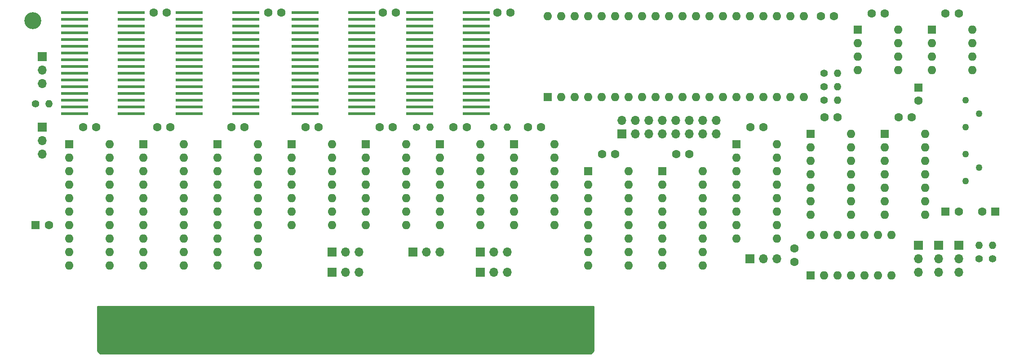
<source format=gbr>
G04 #@! TF.GenerationSoftware,KiCad,Pcbnew,(5.1.8)-1*
G04 #@! TF.CreationDate,2020-12-10T15:49:41+09:00*
G04 #@! TF.ProjectId,EX_MEM_AND_FM,45585f4d-454d-45f4-914e-445f464d2e6b,0.2*
G04 #@! TF.SameCoordinates,PX120bdf8PY82ed558*
G04 #@! TF.FileFunction,Soldermask,Top*
G04 #@! TF.FilePolarity,Negative*
%FSLAX46Y46*%
G04 Gerber Fmt 4.6, Leading zero omitted, Abs format (unit mm)*
G04 Created by KiCad (PCBNEW (5.1.8)-1) date 2020-12-10 15:49:41*
%MOMM*%
%LPD*%
G01*
G04 APERTURE LIST*
%ADD10C,1.400000*%
%ADD11O,1.400000X1.400000*%
%ADD12R,1.600000X1.600000*%
%ADD13O,1.600000X1.600000*%
%ADD14R,5.080000X0.600000*%
%ADD15C,1.260000*%
%ADD16R,1.700000X1.700000*%
%ADD17O,1.700000X1.700000*%
%ADD18C,1.600000*%
%ADD19C,3.200000*%
%ADD20C,0.254000*%
%ADD21C,0.100000*%
G04 APERTURE END LIST*
D10*
X183007000Y17907000D03*
D11*
X183007000Y20447000D03*
D10*
X185547000Y17907000D03*
D11*
X185547000Y20447000D03*
D12*
X151257000Y14732000D03*
D13*
X166497000Y22352000D03*
X153797000Y14732000D03*
X163957000Y22352000D03*
X156337000Y14732000D03*
X161417000Y22352000D03*
X158877000Y14732000D03*
X158877000Y22352000D03*
X161417000Y14732000D03*
X156337000Y22352000D03*
X163957000Y14732000D03*
X153797000Y22352000D03*
X166497000Y14732000D03*
X151257000Y22352000D03*
D12*
X165227000Y41402000D03*
D13*
X172847000Y26162000D03*
X165227000Y38862000D03*
X172847000Y28702000D03*
X165227000Y36322000D03*
X172847000Y31242000D03*
X165227000Y33782000D03*
X172847000Y33782000D03*
X165227000Y31242000D03*
X172847000Y36322000D03*
X165227000Y28702000D03*
X172847000Y38862000D03*
X165227000Y26162000D03*
X172847000Y41402000D03*
D12*
X137287000Y39497000D03*
D13*
X144907000Y21717000D03*
X137287000Y36957000D03*
X144907000Y24257000D03*
X137287000Y34417000D03*
X144907000Y26797000D03*
X137287000Y31877000D03*
X144907000Y29337000D03*
X137287000Y29337000D03*
X144907000Y31877000D03*
X137287000Y26797000D03*
X144907000Y34417000D03*
X137287000Y24257000D03*
X144907000Y36957000D03*
X137287000Y21717000D03*
X144907000Y39497000D03*
D12*
X123317000Y34417000D03*
D13*
X130937000Y16637000D03*
X123317000Y31877000D03*
X130937000Y19177000D03*
X123317000Y29337000D03*
X130937000Y21717000D03*
X123317000Y26797000D03*
X130937000Y24257000D03*
X123317000Y24257000D03*
X130937000Y26797000D03*
X123317000Y21717000D03*
X130937000Y29337000D03*
X123317000Y19177000D03*
X130937000Y31877000D03*
X123317000Y16637000D03*
X130937000Y34417000D03*
D12*
X109347000Y34417000D03*
D13*
X116967000Y16637000D03*
X109347000Y31877000D03*
X116967000Y19177000D03*
X109347000Y29337000D03*
X116967000Y21717000D03*
X109347000Y26797000D03*
X116967000Y24257000D03*
X109347000Y24257000D03*
X116967000Y26797000D03*
X109347000Y21717000D03*
X116967000Y29337000D03*
X109347000Y19177000D03*
X116967000Y31877000D03*
X109347000Y16637000D03*
X116967000Y34417000D03*
D12*
X95377000Y39497000D03*
D13*
X102997000Y24257000D03*
X95377000Y36957000D03*
X102997000Y26797000D03*
X95377000Y34417000D03*
X102997000Y29337000D03*
X95377000Y31877000D03*
X102997000Y31877000D03*
X95377000Y29337000D03*
X102997000Y34417000D03*
X95377000Y26797000D03*
X102997000Y36957000D03*
X95377000Y24257000D03*
X102997000Y39497000D03*
D12*
X81407000Y39497000D03*
D13*
X89027000Y24257000D03*
X81407000Y36957000D03*
X89027000Y26797000D03*
X81407000Y34417000D03*
X89027000Y29337000D03*
X81407000Y31877000D03*
X89027000Y31877000D03*
X81407000Y29337000D03*
X89027000Y34417000D03*
X81407000Y26797000D03*
X89027000Y36957000D03*
X81407000Y24257000D03*
X89027000Y39497000D03*
D12*
X151257000Y41402000D03*
D13*
X158877000Y26162000D03*
X151257000Y38862000D03*
X158877000Y28702000D03*
X151257000Y36322000D03*
X158877000Y31242000D03*
X151257000Y33782000D03*
X158877000Y33782000D03*
X151257000Y31242000D03*
X158877000Y36322000D03*
X151257000Y28702000D03*
X158877000Y38862000D03*
X151257000Y26162000D03*
X158877000Y41402000D03*
D12*
X67437000Y39497000D03*
D13*
X75057000Y24257000D03*
X67437000Y36957000D03*
X75057000Y26797000D03*
X67437000Y34417000D03*
X75057000Y29337000D03*
X67437000Y31877000D03*
X75057000Y31877000D03*
X67437000Y29337000D03*
X75057000Y34417000D03*
X67437000Y26797000D03*
X75057000Y36957000D03*
X67437000Y24257000D03*
X75057000Y39497000D03*
D12*
X53467000Y39497000D03*
D13*
X61087000Y24257000D03*
X53467000Y36957000D03*
X61087000Y26797000D03*
X53467000Y34417000D03*
X61087000Y29337000D03*
X53467000Y31877000D03*
X61087000Y31877000D03*
X53467000Y29337000D03*
X61087000Y34417000D03*
X53467000Y26797000D03*
X61087000Y36957000D03*
X53467000Y24257000D03*
X61087000Y39497000D03*
D12*
X39497000Y39497000D03*
D13*
X47117000Y16637000D03*
X39497000Y36957000D03*
X47117000Y19177000D03*
X39497000Y34417000D03*
X47117000Y21717000D03*
X39497000Y31877000D03*
X47117000Y24257000D03*
X39497000Y29337000D03*
X47117000Y26797000D03*
X39497000Y26797000D03*
X47117000Y29337000D03*
X39497000Y24257000D03*
X47117000Y31877000D03*
X39497000Y21717000D03*
X47117000Y34417000D03*
X39497000Y19177000D03*
X47117000Y36957000D03*
X39497000Y16637000D03*
X47117000Y39497000D03*
D12*
X25527000Y39497000D03*
D13*
X33147000Y16637000D03*
X25527000Y36957000D03*
X33147000Y19177000D03*
X25527000Y34417000D03*
X33147000Y21717000D03*
X25527000Y31877000D03*
X33147000Y24257000D03*
X25527000Y29337000D03*
X33147000Y26797000D03*
X25527000Y26797000D03*
X33147000Y29337000D03*
X25527000Y24257000D03*
X33147000Y31877000D03*
X25527000Y21717000D03*
X33147000Y34417000D03*
X25527000Y19177000D03*
X33147000Y36957000D03*
X25527000Y16637000D03*
X33147000Y39497000D03*
D12*
X11557000Y39497000D03*
D13*
X19177000Y16637000D03*
X11557000Y36957000D03*
X19177000Y19177000D03*
X11557000Y34417000D03*
X19177000Y21717000D03*
X11557000Y31877000D03*
X19177000Y24257000D03*
X11557000Y29337000D03*
X19177000Y26797000D03*
X11557000Y26797000D03*
X19177000Y29337000D03*
X11557000Y24257000D03*
X19177000Y31877000D03*
X11557000Y21717000D03*
X19177000Y34417000D03*
X11557000Y19177000D03*
X19177000Y36957000D03*
X11557000Y16637000D03*
X19177000Y39497000D03*
D12*
X174117000Y61087000D03*
D13*
X181737000Y53467000D03*
X174117000Y58547000D03*
X181737000Y56007000D03*
X174117000Y56007000D03*
X181737000Y58547000D03*
X174117000Y53467000D03*
X181737000Y61087000D03*
D12*
X160147000Y61087000D03*
D13*
X167767000Y53467000D03*
X160147000Y58547000D03*
X167767000Y56007000D03*
X160147000Y56007000D03*
X167767000Y58547000D03*
X160147000Y53467000D03*
X167767000Y61087000D03*
D12*
X101727000Y48387000D03*
D13*
X149987000Y63627000D03*
X104267000Y48387000D03*
X147447000Y63627000D03*
X106807000Y48387000D03*
X144907000Y63627000D03*
X109347000Y48387000D03*
X142367000Y63627000D03*
X111887000Y48387000D03*
X139827000Y63627000D03*
X114427000Y48387000D03*
X137287000Y63627000D03*
X116967000Y48387000D03*
X134747000Y63627000D03*
X119507000Y48387000D03*
X132207000Y63627000D03*
X122047000Y48387000D03*
X129667000Y63627000D03*
X124587000Y48387000D03*
X127127000Y63627000D03*
X127127000Y48387000D03*
X124587000Y63627000D03*
X129667000Y48387000D03*
X122047000Y63627000D03*
X132207000Y48387000D03*
X119507000Y63627000D03*
X134747000Y48387000D03*
X116967000Y63627000D03*
X137287000Y48387000D03*
X114427000Y63627000D03*
X139827000Y48387000D03*
X111887000Y63627000D03*
X142367000Y48387000D03*
X109347000Y63627000D03*
X144907000Y48387000D03*
X106807000Y63627000D03*
X147447000Y48387000D03*
X104267000Y63627000D03*
X149987000Y48387000D03*
X101727000Y63627000D03*
D14*
X77597000Y45212000D03*
X88287000Y45212000D03*
X77597000Y46482000D03*
X88287000Y46482000D03*
X77597000Y47752000D03*
X88287000Y47752000D03*
X77597000Y49022000D03*
X88287000Y49022000D03*
X77597000Y50292000D03*
X88287000Y50292000D03*
X77597000Y51562000D03*
X88287000Y51562000D03*
X77597000Y52832000D03*
X88287000Y52832000D03*
X77597000Y54102000D03*
X88287000Y54102000D03*
X77597000Y55372000D03*
X88287000Y55372000D03*
X77597000Y56642000D03*
X88287000Y56642000D03*
X77597000Y57912000D03*
X88287000Y57912000D03*
X77597000Y59182000D03*
X88287000Y59182000D03*
X77597000Y60452000D03*
X88287000Y60452000D03*
X77597000Y61722000D03*
X88287000Y61722000D03*
X77597000Y62992000D03*
X88287000Y62992000D03*
X77597000Y64262000D03*
X88287000Y64262000D03*
X56007000Y45212000D03*
X66697000Y45212000D03*
X56007000Y46482000D03*
X66697000Y46482000D03*
X56007000Y47752000D03*
X66697000Y47752000D03*
X56007000Y49022000D03*
X66697000Y49022000D03*
X56007000Y50292000D03*
X66697000Y50292000D03*
X56007000Y51562000D03*
X66697000Y51562000D03*
X56007000Y52832000D03*
X66697000Y52832000D03*
X56007000Y54102000D03*
X66697000Y54102000D03*
X56007000Y55372000D03*
X66697000Y55372000D03*
X56007000Y56642000D03*
X66697000Y56642000D03*
X56007000Y57912000D03*
X66697000Y57912000D03*
X56007000Y59182000D03*
X66697000Y59182000D03*
X56007000Y60452000D03*
X66697000Y60452000D03*
X56007000Y61722000D03*
X66697000Y61722000D03*
X56007000Y62992000D03*
X66697000Y62992000D03*
X56007000Y64262000D03*
X66697000Y64262000D03*
X34152000Y45212000D03*
X44842000Y45212000D03*
X34152000Y46482000D03*
X44842000Y46482000D03*
X34152000Y47752000D03*
X44842000Y47752000D03*
X34152000Y49022000D03*
X44842000Y49022000D03*
X34152000Y50292000D03*
X44842000Y50292000D03*
X34152000Y51562000D03*
X44842000Y51562000D03*
X34152000Y52832000D03*
X44842000Y52832000D03*
X34152000Y54102000D03*
X44842000Y54102000D03*
X34152000Y55372000D03*
X44842000Y55372000D03*
X34152000Y56642000D03*
X44842000Y56642000D03*
X34152000Y57912000D03*
X44842000Y57912000D03*
X34152000Y59182000D03*
X44842000Y59182000D03*
X34152000Y60452000D03*
X44842000Y60452000D03*
X34152000Y61722000D03*
X44842000Y61722000D03*
X34152000Y62992000D03*
X44842000Y62992000D03*
X34152000Y64262000D03*
X44842000Y64262000D03*
X12562000Y45212000D03*
X23252000Y45212000D03*
X12562000Y46482000D03*
X23252000Y46482000D03*
X12562000Y47752000D03*
X23252000Y47752000D03*
X12562000Y49022000D03*
X23252000Y49022000D03*
X12562000Y50292000D03*
X23252000Y50292000D03*
X12562000Y51562000D03*
X23252000Y51562000D03*
X12562000Y52832000D03*
X23252000Y52832000D03*
X12562000Y54102000D03*
X23252000Y54102000D03*
X12562000Y55372000D03*
X23252000Y55372000D03*
X12562000Y56642000D03*
X23252000Y56642000D03*
X12562000Y57912000D03*
X23252000Y57912000D03*
X12562000Y59182000D03*
X23252000Y59182000D03*
X12562000Y60452000D03*
X23252000Y60452000D03*
X12562000Y61722000D03*
X23252000Y61722000D03*
X12562000Y62992000D03*
X23252000Y62992000D03*
X12562000Y64262000D03*
X23252000Y64262000D03*
D15*
X180467000Y32512000D03*
X183007000Y35052000D03*
X180467000Y37592000D03*
X180467000Y42672000D03*
X183007000Y45212000D03*
X180467000Y47752000D03*
D10*
X153797000Y47752000D03*
D11*
X156337000Y47752000D03*
D10*
X153797000Y52832000D03*
D11*
X156337000Y52832000D03*
D10*
X153797000Y50292000D03*
D11*
X156337000Y50292000D03*
D10*
X91567000Y42672000D03*
D11*
X94107000Y42672000D03*
D10*
X76962000Y42672000D03*
D11*
X79502000Y42672000D03*
D10*
X5207000Y47117000D03*
D11*
X7747000Y47117000D03*
D16*
X61087000Y15367000D03*
D17*
X63627000Y15367000D03*
X66167000Y15367000D03*
D16*
X179197000Y20447000D03*
D17*
X179197000Y17907000D03*
X179197000Y15367000D03*
D16*
X61087000Y19177000D03*
D17*
X63627000Y19177000D03*
X66167000Y19177000D03*
D16*
X175387000Y20447000D03*
D17*
X175387000Y17907000D03*
X175387000Y15367000D03*
D16*
X139827000Y17907000D03*
D17*
X142367000Y17907000D03*
X144907000Y17907000D03*
D16*
X171577000Y20447000D03*
D17*
X171577000Y17907000D03*
X171577000Y15367000D03*
D16*
X115697000Y41402000D03*
D17*
X115697000Y43942000D03*
X118237000Y41402000D03*
X118237000Y43942000D03*
X120777000Y41402000D03*
X120777000Y43942000D03*
X123317000Y41402000D03*
X123317000Y43942000D03*
X125857000Y41402000D03*
X125857000Y43942000D03*
X128397000Y41402000D03*
X128397000Y43942000D03*
X130937000Y41402000D03*
X130937000Y43942000D03*
X133477000Y41402000D03*
X133477000Y43942000D03*
D16*
X89027000Y15367000D03*
D17*
X91567000Y15367000D03*
X94107000Y15367000D03*
D16*
X89027000Y19177000D03*
D17*
X91567000Y19177000D03*
X94107000Y19177000D03*
D16*
X76327000Y19177000D03*
D17*
X78867000Y19177000D03*
X81407000Y19177000D03*
D16*
X6477000Y42672000D03*
D17*
X6477000Y40132000D03*
X6477000Y37592000D03*
D16*
X6477000Y56007000D03*
D17*
X6477000Y53467000D03*
X6477000Y50927000D03*
D12*
X176657000Y26797000D03*
D18*
X179157000Y26797000D03*
D12*
X186055000Y26797000D03*
D18*
X183555000Y26797000D03*
D12*
X171577000Y50165000D03*
D18*
X171577000Y47665000D03*
X176657000Y64135000D03*
X179157000Y64135000D03*
X165227000Y64135000D03*
X162727000Y64135000D03*
X153162000Y63627000D03*
X155662000Y63627000D03*
X148209000Y19812000D03*
X148209000Y17312000D03*
X142367000Y42672000D03*
X139867000Y42672000D03*
X170307000Y44577000D03*
X167807000Y44577000D03*
X156337000Y44577000D03*
X153837000Y44577000D03*
X128397000Y37592000D03*
X125897000Y37592000D03*
X92202000Y64262000D03*
X94702000Y64262000D03*
X70612000Y64262000D03*
X73112000Y64262000D03*
X49022000Y64262000D03*
X51522000Y64262000D03*
X27432000Y64262000D03*
X29932000Y64262000D03*
X86447000Y42672000D03*
X83947000Y42672000D03*
X114427000Y37592000D03*
X111927000Y37592000D03*
X100457000Y42672000D03*
X97957000Y42672000D03*
X72517000Y42672000D03*
X70017000Y42672000D03*
X58547000Y42672000D03*
X56047000Y42672000D03*
X44577000Y42672000D03*
X42077000Y42672000D03*
X30607000Y42672000D03*
X28107000Y42672000D03*
X16637000Y42672000D03*
X14137000Y42672000D03*
D12*
X5207000Y24257000D03*
D18*
X7707000Y24257000D03*
D19*
X4699000Y62738000D03*
D20*
X110363000Y508000D02*
X109855000Y0D01*
X17399000Y0D01*
X16891000Y508000D01*
X16891000Y8890000D01*
X110363000Y8890000D01*
X110363000Y508000D01*
D21*
G36*
X110363000Y508000D02*
G01*
X109855000Y0D01*
X17399000Y0D01*
X16891000Y508000D01*
X16891000Y8890000D01*
X110363000Y8890000D01*
X110363000Y508000D01*
G37*
M02*

</source>
